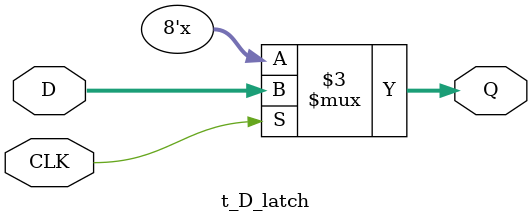
<source format=v>
module t_part5(Num,CLK,C_out,HEX0,HEX1,HEX2,HEX3,HEX4,HEX5);
	input 	[7:0]Num;
	input 	CLK;
	
	output	C_out;
	output	[6:0]HEX0,HEX1,HEX2,HEX3,HEX4,HEX5;
	
	wire 		[7:0]A,B 		/* synthesis keep */;
	reg		[8:0]state		/* synthesis keep */;
	
	wire		[7:0]Sum;
	
	D_latch		numa	(.CLK(CLK), .D(Num), .Q(A));
	D_latch		numb	(.CLK(~CLK), .D(Num), .Q(B));
	
//	sum8bits		sum	(.A(A), .B(B), .C_IN(0), .SUM(Sum), .C_OUT(C_out));
//	
//	seg7_control 	seg0	(.SEG7_IN(A[3:0]), .SEG7_OUT(HEX0));
//	seg7_control 	seg1	(.SEG7_IN(A[7:4]), .SEG7_OUT(HEX1));
//	
//	seg7_control 	seg2	(.SEG7_IN(B[3:0]), .SEG7_OUT(HEX2));
//	seg7_control 	seg3	(.SEG7_IN(B[7:4]), .SEG7_OUT(HEX3));
//	
//	seg7_control 	seg4	(.SEG7_IN(Sum[3:0]), .SEG7_OUT(HEX4));
//	seg7_control 	seg5	(.SEG7_IN(Sum[7:4]), .SEG7_OUT(HEX5));
endmodule

module t_D_latch(CLK, D, Q);
	input		[7:0] D;
	input		CLK;
	output	reg[7:0] Q;
	
	always @ (D,CLK) 
		if (CLK) 
			Q = D;
	
endmodule
</source>
